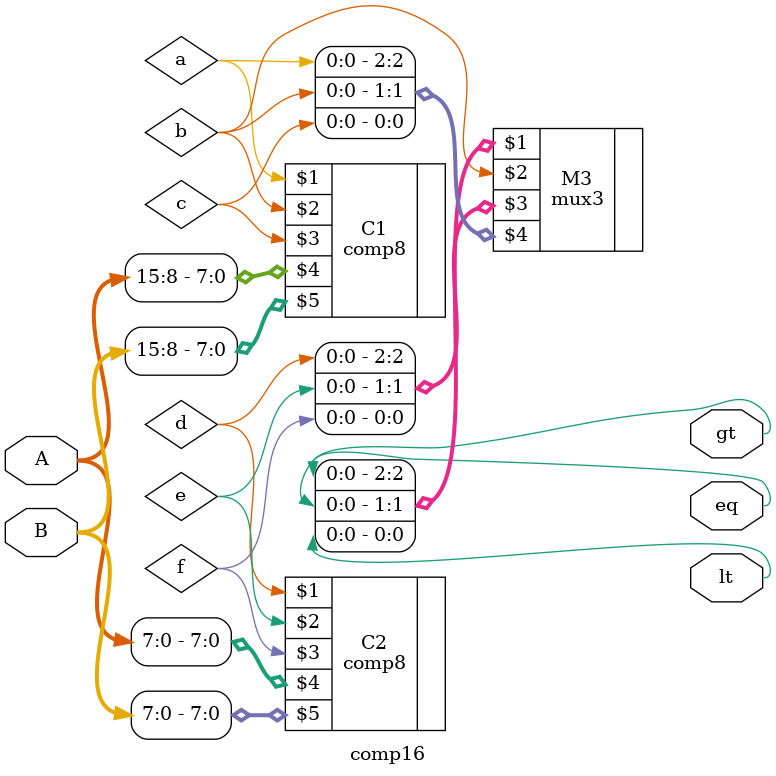
<source format=v>
module comp16 (gt,eq,lt,A,B); //276
input [15:0] A,B;
output gt,eq,lt;

comp8 C1 (a,b,c,A[15:8],B[15:8]); //132
comp8 C2 (d,e,f,A[7:0],B[7:0]); //132
mux3 M3 ({gt,eq,lt},b,{d,e,f},{a,b,c}); //12
endmodule
</source>
